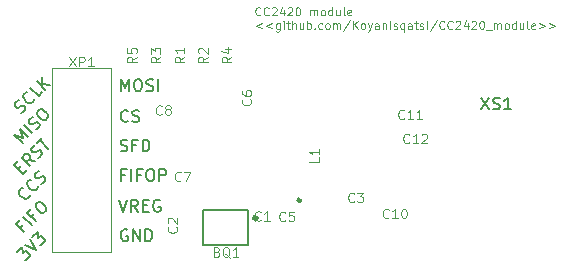
<source format=gbr>
%TF.GenerationSoftware,KiCad,Pcbnew,5.1.9-1.fc33*%
%TF.CreationDate,2021-03-04T20:35:35+03:00*%
%TF.ProjectId,CC2420_module,43433234-3230-45f6-9d6f-64756c652e6b,rev?*%
%TF.SameCoordinates,Original*%
%TF.FileFunction,Legend,Top*%
%TF.FilePolarity,Positive*%
%FSLAX46Y46*%
G04 Gerber Fmt 4.6, Leading zero omitted, Abs format (unit mm)*
G04 Created by KiCad (PCBNEW 5.1.9-1.fc33) date 2021-03-04 20:35:35*
%MOMM*%
%LPD*%
G01*
G04 APERTURE LIST*
%ADD10C,0.100000*%
%ADD11C,0.150000*%
%ADD12C,0.400000*%
%ADD13C,0.300000*%
%ADD14C,0.120000*%
G04 APERTURE END LIST*
D10*
X191131666Y-67675000D02*
X191098333Y-67708333D01*
X190998333Y-67741666D01*
X190931666Y-67741666D01*
X190831666Y-67708333D01*
X190765000Y-67641666D01*
X190731666Y-67575000D01*
X190698333Y-67441666D01*
X190698333Y-67341666D01*
X190731666Y-67208333D01*
X190765000Y-67141666D01*
X190831666Y-67075000D01*
X190931666Y-67041666D01*
X190998333Y-67041666D01*
X191098333Y-67075000D01*
X191131666Y-67108333D01*
X191831666Y-67675000D02*
X191798333Y-67708333D01*
X191698333Y-67741666D01*
X191631666Y-67741666D01*
X191531666Y-67708333D01*
X191465000Y-67641666D01*
X191431666Y-67575000D01*
X191398333Y-67441666D01*
X191398333Y-67341666D01*
X191431666Y-67208333D01*
X191465000Y-67141666D01*
X191531666Y-67075000D01*
X191631666Y-67041666D01*
X191698333Y-67041666D01*
X191798333Y-67075000D01*
X191831666Y-67108333D01*
X192098333Y-67108333D02*
X192131666Y-67075000D01*
X192198333Y-67041666D01*
X192365000Y-67041666D01*
X192431666Y-67075000D01*
X192465000Y-67108333D01*
X192498333Y-67175000D01*
X192498333Y-67241666D01*
X192465000Y-67341666D01*
X192065000Y-67741666D01*
X192498333Y-67741666D01*
X193098333Y-67275000D02*
X193098333Y-67741666D01*
X192931666Y-67008333D02*
X192765000Y-67508333D01*
X193198333Y-67508333D01*
X193431666Y-67108333D02*
X193465000Y-67075000D01*
X193531666Y-67041666D01*
X193698333Y-67041666D01*
X193765000Y-67075000D01*
X193798333Y-67108333D01*
X193831666Y-67175000D01*
X193831666Y-67241666D01*
X193798333Y-67341666D01*
X193398333Y-67741666D01*
X193831666Y-67741666D01*
X194265000Y-67041666D02*
X194331666Y-67041666D01*
X194398333Y-67075000D01*
X194431666Y-67108333D01*
X194465000Y-67175000D01*
X194498333Y-67308333D01*
X194498333Y-67475000D01*
X194465000Y-67608333D01*
X194431666Y-67675000D01*
X194398333Y-67708333D01*
X194331666Y-67741666D01*
X194265000Y-67741666D01*
X194198333Y-67708333D01*
X194165000Y-67675000D01*
X194131666Y-67608333D01*
X194098333Y-67475000D01*
X194098333Y-67308333D01*
X194131666Y-67175000D01*
X194165000Y-67108333D01*
X194198333Y-67075000D01*
X194265000Y-67041666D01*
X195331666Y-67741666D02*
X195331666Y-67275000D01*
X195331666Y-67341666D02*
X195365000Y-67308333D01*
X195431666Y-67275000D01*
X195531666Y-67275000D01*
X195598333Y-67308333D01*
X195631666Y-67375000D01*
X195631666Y-67741666D01*
X195631666Y-67375000D02*
X195665000Y-67308333D01*
X195731666Y-67275000D01*
X195831666Y-67275000D01*
X195898333Y-67308333D01*
X195931666Y-67375000D01*
X195931666Y-67741666D01*
X196365000Y-67741666D02*
X196298333Y-67708333D01*
X196265000Y-67675000D01*
X196231666Y-67608333D01*
X196231666Y-67408333D01*
X196265000Y-67341666D01*
X196298333Y-67308333D01*
X196365000Y-67275000D01*
X196465000Y-67275000D01*
X196531666Y-67308333D01*
X196565000Y-67341666D01*
X196598333Y-67408333D01*
X196598333Y-67608333D01*
X196565000Y-67675000D01*
X196531666Y-67708333D01*
X196465000Y-67741666D01*
X196365000Y-67741666D01*
X197198333Y-67741666D02*
X197198333Y-67041666D01*
X197198333Y-67708333D02*
X197131666Y-67741666D01*
X196998333Y-67741666D01*
X196931666Y-67708333D01*
X196898333Y-67675000D01*
X196865000Y-67608333D01*
X196865000Y-67408333D01*
X196898333Y-67341666D01*
X196931666Y-67308333D01*
X196998333Y-67275000D01*
X197131666Y-67275000D01*
X197198333Y-67308333D01*
X197831666Y-67275000D02*
X197831666Y-67741666D01*
X197531666Y-67275000D02*
X197531666Y-67641666D01*
X197565000Y-67708333D01*
X197631666Y-67741666D01*
X197731666Y-67741666D01*
X197798333Y-67708333D01*
X197831666Y-67675000D01*
X198265000Y-67741666D02*
X198198333Y-67708333D01*
X198165000Y-67641666D01*
X198165000Y-67041666D01*
X198798333Y-67708333D02*
X198731666Y-67741666D01*
X198598333Y-67741666D01*
X198531666Y-67708333D01*
X198498333Y-67641666D01*
X198498333Y-67375000D01*
X198531666Y-67308333D01*
X198598333Y-67275000D01*
X198731666Y-67275000D01*
X198798333Y-67308333D01*
X198831666Y-67375000D01*
X198831666Y-67441666D01*
X198498333Y-67508333D01*
X191265000Y-68425000D02*
X190731666Y-68625000D01*
X191265000Y-68825000D01*
X192131666Y-68425000D02*
X191598333Y-68625000D01*
X192131666Y-68825000D01*
X192765000Y-68425000D02*
X192765000Y-68991666D01*
X192731666Y-69058333D01*
X192698333Y-69091666D01*
X192631666Y-69125000D01*
X192531666Y-69125000D01*
X192465000Y-69091666D01*
X192765000Y-68858333D02*
X192698333Y-68891666D01*
X192565000Y-68891666D01*
X192498333Y-68858333D01*
X192465000Y-68825000D01*
X192431666Y-68758333D01*
X192431666Y-68558333D01*
X192465000Y-68491666D01*
X192498333Y-68458333D01*
X192565000Y-68425000D01*
X192698333Y-68425000D01*
X192765000Y-68458333D01*
X193098333Y-68891666D02*
X193098333Y-68425000D01*
X193098333Y-68191666D02*
X193065000Y-68225000D01*
X193098333Y-68258333D01*
X193131666Y-68225000D01*
X193098333Y-68191666D01*
X193098333Y-68258333D01*
X193331666Y-68425000D02*
X193598333Y-68425000D01*
X193431666Y-68191666D02*
X193431666Y-68791666D01*
X193465000Y-68858333D01*
X193531666Y-68891666D01*
X193598333Y-68891666D01*
X193831666Y-68891666D02*
X193831666Y-68191666D01*
X194131666Y-68891666D02*
X194131666Y-68525000D01*
X194098333Y-68458333D01*
X194031666Y-68425000D01*
X193931666Y-68425000D01*
X193865000Y-68458333D01*
X193831666Y-68491666D01*
X194765000Y-68425000D02*
X194765000Y-68891666D01*
X194465000Y-68425000D02*
X194465000Y-68791666D01*
X194498333Y-68858333D01*
X194565000Y-68891666D01*
X194665000Y-68891666D01*
X194731666Y-68858333D01*
X194765000Y-68825000D01*
X195098333Y-68891666D02*
X195098333Y-68191666D01*
X195098333Y-68458333D02*
X195165000Y-68425000D01*
X195298333Y-68425000D01*
X195365000Y-68458333D01*
X195398333Y-68491666D01*
X195431666Y-68558333D01*
X195431666Y-68758333D01*
X195398333Y-68825000D01*
X195365000Y-68858333D01*
X195298333Y-68891666D01*
X195165000Y-68891666D01*
X195098333Y-68858333D01*
X195731666Y-68825000D02*
X195765000Y-68858333D01*
X195731666Y-68891666D01*
X195698333Y-68858333D01*
X195731666Y-68825000D01*
X195731666Y-68891666D01*
X196365000Y-68858333D02*
X196298333Y-68891666D01*
X196165000Y-68891666D01*
X196098333Y-68858333D01*
X196065000Y-68825000D01*
X196031666Y-68758333D01*
X196031666Y-68558333D01*
X196065000Y-68491666D01*
X196098333Y-68458333D01*
X196165000Y-68425000D01*
X196298333Y-68425000D01*
X196365000Y-68458333D01*
X196765000Y-68891666D02*
X196698333Y-68858333D01*
X196665000Y-68825000D01*
X196631666Y-68758333D01*
X196631666Y-68558333D01*
X196665000Y-68491666D01*
X196698333Y-68458333D01*
X196765000Y-68425000D01*
X196865000Y-68425000D01*
X196931666Y-68458333D01*
X196965000Y-68491666D01*
X196998333Y-68558333D01*
X196998333Y-68758333D01*
X196965000Y-68825000D01*
X196931666Y-68858333D01*
X196865000Y-68891666D01*
X196765000Y-68891666D01*
X197298333Y-68891666D02*
X197298333Y-68425000D01*
X197298333Y-68491666D02*
X197331666Y-68458333D01*
X197398333Y-68425000D01*
X197498333Y-68425000D01*
X197565000Y-68458333D01*
X197598333Y-68525000D01*
X197598333Y-68891666D01*
X197598333Y-68525000D02*
X197631666Y-68458333D01*
X197698333Y-68425000D01*
X197798333Y-68425000D01*
X197865000Y-68458333D01*
X197898333Y-68525000D01*
X197898333Y-68891666D01*
X198731666Y-68158333D02*
X198131666Y-69058333D01*
X198965000Y-68891666D02*
X198965000Y-68191666D01*
X199365000Y-68891666D02*
X199065000Y-68491666D01*
X199365000Y-68191666D02*
X198965000Y-68591666D01*
X199765000Y-68891666D02*
X199698333Y-68858333D01*
X199665000Y-68825000D01*
X199631666Y-68758333D01*
X199631666Y-68558333D01*
X199665000Y-68491666D01*
X199698333Y-68458333D01*
X199765000Y-68425000D01*
X199865000Y-68425000D01*
X199931666Y-68458333D01*
X199965000Y-68491666D01*
X199998333Y-68558333D01*
X199998333Y-68758333D01*
X199965000Y-68825000D01*
X199931666Y-68858333D01*
X199865000Y-68891666D01*
X199765000Y-68891666D01*
X200231666Y-68425000D02*
X200398333Y-68891666D01*
X200565000Y-68425000D02*
X200398333Y-68891666D01*
X200331666Y-69058333D01*
X200298333Y-69091666D01*
X200231666Y-69125000D01*
X201131666Y-68891666D02*
X201131666Y-68525000D01*
X201098333Y-68458333D01*
X201031666Y-68425000D01*
X200898333Y-68425000D01*
X200831666Y-68458333D01*
X201131666Y-68858333D02*
X201065000Y-68891666D01*
X200898333Y-68891666D01*
X200831666Y-68858333D01*
X200798333Y-68791666D01*
X200798333Y-68725000D01*
X200831666Y-68658333D01*
X200898333Y-68625000D01*
X201065000Y-68625000D01*
X201131666Y-68591666D01*
X201465000Y-68425000D02*
X201465000Y-68891666D01*
X201465000Y-68491666D02*
X201498333Y-68458333D01*
X201565000Y-68425000D01*
X201665000Y-68425000D01*
X201731666Y-68458333D01*
X201765000Y-68525000D01*
X201765000Y-68891666D01*
X202098333Y-68891666D02*
X202098333Y-68425000D01*
X202098333Y-68191666D02*
X202065000Y-68225000D01*
X202098333Y-68258333D01*
X202131666Y-68225000D01*
X202098333Y-68191666D01*
X202098333Y-68258333D01*
X202398333Y-68858333D02*
X202465000Y-68891666D01*
X202598333Y-68891666D01*
X202665000Y-68858333D01*
X202698333Y-68791666D01*
X202698333Y-68758333D01*
X202665000Y-68691666D01*
X202598333Y-68658333D01*
X202498333Y-68658333D01*
X202431666Y-68625000D01*
X202398333Y-68558333D01*
X202398333Y-68525000D01*
X202431666Y-68458333D01*
X202498333Y-68425000D01*
X202598333Y-68425000D01*
X202665000Y-68458333D01*
X203298333Y-68425000D02*
X203298333Y-69125000D01*
X203298333Y-68858333D02*
X203231666Y-68891666D01*
X203098333Y-68891666D01*
X203031666Y-68858333D01*
X202998333Y-68825000D01*
X202965000Y-68758333D01*
X202965000Y-68558333D01*
X202998333Y-68491666D01*
X203031666Y-68458333D01*
X203098333Y-68425000D01*
X203231666Y-68425000D01*
X203298333Y-68458333D01*
X203931666Y-68891666D02*
X203931666Y-68525000D01*
X203898333Y-68458333D01*
X203831666Y-68425000D01*
X203698333Y-68425000D01*
X203631666Y-68458333D01*
X203931666Y-68858333D02*
X203865000Y-68891666D01*
X203698333Y-68891666D01*
X203631666Y-68858333D01*
X203598333Y-68791666D01*
X203598333Y-68725000D01*
X203631666Y-68658333D01*
X203698333Y-68625000D01*
X203865000Y-68625000D01*
X203931666Y-68591666D01*
X204165000Y-68425000D02*
X204431666Y-68425000D01*
X204265000Y-68191666D02*
X204265000Y-68791666D01*
X204298333Y-68858333D01*
X204365000Y-68891666D01*
X204431666Y-68891666D01*
X204631666Y-68858333D02*
X204698333Y-68891666D01*
X204831666Y-68891666D01*
X204898333Y-68858333D01*
X204931666Y-68791666D01*
X204931666Y-68758333D01*
X204898333Y-68691666D01*
X204831666Y-68658333D01*
X204731666Y-68658333D01*
X204665000Y-68625000D01*
X204631666Y-68558333D01*
X204631666Y-68525000D01*
X204665000Y-68458333D01*
X204731666Y-68425000D01*
X204831666Y-68425000D01*
X204898333Y-68458333D01*
X205231666Y-68891666D02*
X205231666Y-68425000D01*
X205231666Y-68191666D02*
X205198333Y-68225000D01*
X205231666Y-68258333D01*
X205265000Y-68225000D01*
X205231666Y-68191666D01*
X205231666Y-68258333D01*
X206065000Y-68158333D02*
X205465000Y-69058333D01*
X206698333Y-68825000D02*
X206665000Y-68858333D01*
X206565000Y-68891666D01*
X206498333Y-68891666D01*
X206398333Y-68858333D01*
X206331666Y-68791666D01*
X206298333Y-68725000D01*
X206265000Y-68591666D01*
X206265000Y-68491666D01*
X206298333Y-68358333D01*
X206331666Y-68291666D01*
X206398333Y-68225000D01*
X206498333Y-68191666D01*
X206565000Y-68191666D01*
X206665000Y-68225000D01*
X206698333Y-68258333D01*
X207398333Y-68825000D02*
X207365000Y-68858333D01*
X207265000Y-68891666D01*
X207198333Y-68891666D01*
X207098333Y-68858333D01*
X207031666Y-68791666D01*
X206998333Y-68725000D01*
X206965000Y-68591666D01*
X206965000Y-68491666D01*
X206998333Y-68358333D01*
X207031666Y-68291666D01*
X207098333Y-68225000D01*
X207198333Y-68191666D01*
X207265000Y-68191666D01*
X207365000Y-68225000D01*
X207398333Y-68258333D01*
X207665000Y-68258333D02*
X207698333Y-68225000D01*
X207765000Y-68191666D01*
X207931666Y-68191666D01*
X207998333Y-68225000D01*
X208031666Y-68258333D01*
X208065000Y-68325000D01*
X208065000Y-68391666D01*
X208031666Y-68491666D01*
X207631666Y-68891666D01*
X208065000Y-68891666D01*
X208665000Y-68425000D02*
X208665000Y-68891666D01*
X208498333Y-68158333D02*
X208331666Y-68658333D01*
X208765000Y-68658333D01*
X208998333Y-68258333D02*
X209031666Y-68225000D01*
X209098333Y-68191666D01*
X209265000Y-68191666D01*
X209331666Y-68225000D01*
X209365000Y-68258333D01*
X209398333Y-68325000D01*
X209398333Y-68391666D01*
X209365000Y-68491666D01*
X208965000Y-68891666D01*
X209398333Y-68891666D01*
X209831666Y-68191666D02*
X209898333Y-68191666D01*
X209965000Y-68225000D01*
X209998333Y-68258333D01*
X210031666Y-68325000D01*
X210065000Y-68458333D01*
X210065000Y-68625000D01*
X210031666Y-68758333D01*
X209998333Y-68825000D01*
X209965000Y-68858333D01*
X209898333Y-68891666D01*
X209831666Y-68891666D01*
X209765000Y-68858333D01*
X209731666Y-68825000D01*
X209698333Y-68758333D01*
X209665000Y-68625000D01*
X209665000Y-68458333D01*
X209698333Y-68325000D01*
X209731666Y-68258333D01*
X209765000Y-68225000D01*
X209831666Y-68191666D01*
X210198333Y-68958333D02*
X210731666Y-68958333D01*
X210898333Y-68891666D02*
X210898333Y-68425000D01*
X210898333Y-68491666D02*
X210931666Y-68458333D01*
X210998333Y-68425000D01*
X211098333Y-68425000D01*
X211165000Y-68458333D01*
X211198333Y-68525000D01*
X211198333Y-68891666D01*
X211198333Y-68525000D02*
X211231666Y-68458333D01*
X211298333Y-68425000D01*
X211398333Y-68425000D01*
X211465000Y-68458333D01*
X211498333Y-68525000D01*
X211498333Y-68891666D01*
X211931666Y-68891666D02*
X211865000Y-68858333D01*
X211831666Y-68825000D01*
X211798333Y-68758333D01*
X211798333Y-68558333D01*
X211831666Y-68491666D01*
X211865000Y-68458333D01*
X211931666Y-68425000D01*
X212031666Y-68425000D01*
X212098333Y-68458333D01*
X212131666Y-68491666D01*
X212165000Y-68558333D01*
X212165000Y-68758333D01*
X212131666Y-68825000D01*
X212098333Y-68858333D01*
X212031666Y-68891666D01*
X211931666Y-68891666D01*
X212765000Y-68891666D02*
X212765000Y-68191666D01*
X212765000Y-68858333D02*
X212698333Y-68891666D01*
X212565000Y-68891666D01*
X212498333Y-68858333D01*
X212465000Y-68825000D01*
X212431666Y-68758333D01*
X212431666Y-68558333D01*
X212465000Y-68491666D01*
X212498333Y-68458333D01*
X212565000Y-68425000D01*
X212698333Y-68425000D01*
X212765000Y-68458333D01*
X213398333Y-68425000D02*
X213398333Y-68891666D01*
X213098333Y-68425000D02*
X213098333Y-68791666D01*
X213131666Y-68858333D01*
X213198333Y-68891666D01*
X213298333Y-68891666D01*
X213365000Y-68858333D01*
X213398333Y-68825000D01*
X213831666Y-68891666D02*
X213765000Y-68858333D01*
X213731666Y-68791666D01*
X213731666Y-68191666D01*
X214365000Y-68858333D02*
X214298333Y-68891666D01*
X214165000Y-68891666D01*
X214098333Y-68858333D01*
X214065000Y-68791666D01*
X214065000Y-68525000D01*
X214098333Y-68458333D01*
X214165000Y-68425000D01*
X214298333Y-68425000D01*
X214365000Y-68458333D01*
X214398333Y-68525000D01*
X214398333Y-68591666D01*
X214065000Y-68658333D01*
X214698333Y-68425000D02*
X215231666Y-68625000D01*
X214698333Y-68825000D01*
X215565000Y-68425000D02*
X216098333Y-68625000D01*
X215565000Y-68825000D01*
D11*
X179859404Y-85900000D02*
X179764166Y-85852380D01*
X179621309Y-85852380D01*
X179478452Y-85900000D01*
X179383214Y-85995238D01*
X179335595Y-86090476D01*
X179287976Y-86280952D01*
X179287976Y-86423809D01*
X179335595Y-86614285D01*
X179383214Y-86709523D01*
X179478452Y-86804761D01*
X179621309Y-86852380D01*
X179716547Y-86852380D01*
X179859404Y-86804761D01*
X179907023Y-86757142D01*
X179907023Y-86423809D01*
X179716547Y-86423809D01*
X180335595Y-86852380D02*
X180335595Y-85852380D01*
X180907023Y-86852380D01*
X180907023Y-85852380D01*
X181383214Y-86852380D02*
X181383214Y-85852380D01*
X181621309Y-85852380D01*
X181764166Y-85900000D01*
X181859404Y-85995238D01*
X181907023Y-86090476D01*
X181954642Y-86280952D01*
X181954642Y-86423809D01*
X181907023Y-86614285D01*
X181859404Y-86709523D01*
X181764166Y-86804761D01*
X181621309Y-86852380D01*
X181383214Y-86852380D01*
X179192738Y-83352380D02*
X179526071Y-84352380D01*
X179859404Y-83352380D01*
X180764166Y-84352380D02*
X180430833Y-83876190D01*
X180192738Y-84352380D02*
X180192738Y-83352380D01*
X180573690Y-83352380D01*
X180668928Y-83400000D01*
X180716547Y-83447619D01*
X180764166Y-83542857D01*
X180764166Y-83685714D01*
X180716547Y-83780952D01*
X180668928Y-83828571D01*
X180573690Y-83876190D01*
X180192738Y-83876190D01*
X181192738Y-83828571D02*
X181526071Y-83828571D01*
X181668928Y-84352380D02*
X181192738Y-84352380D01*
X181192738Y-83352380D01*
X181668928Y-83352380D01*
X182621309Y-83400000D02*
X182526071Y-83352380D01*
X182383214Y-83352380D01*
X182240357Y-83400000D01*
X182145119Y-83495238D01*
X182097500Y-83590476D01*
X182049880Y-83780952D01*
X182049880Y-83923809D01*
X182097500Y-84114285D01*
X182145119Y-84209523D01*
X182240357Y-84304761D01*
X182383214Y-84352380D01*
X182478452Y-84352380D01*
X182621309Y-84304761D01*
X182668928Y-84257142D01*
X182668928Y-83923809D01*
X182478452Y-83923809D01*
X179668928Y-81228571D02*
X179335595Y-81228571D01*
X179335595Y-81752380D02*
X179335595Y-80752380D01*
X179811785Y-80752380D01*
X180192738Y-81752380D02*
X180192738Y-80752380D01*
X181002261Y-81228571D02*
X180668928Y-81228571D01*
X180668928Y-81752380D02*
X180668928Y-80752380D01*
X181145119Y-80752380D01*
X181716547Y-80752380D02*
X181907023Y-80752380D01*
X182002261Y-80800000D01*
X182097500Y-80895238D01*
X182145119Y-81085714D01*
X182145119Y-81419047D01*
X182097500Y-81609523D01*
X182002261Y-81704761D01*
X181907023Y-81752380D01*
X181716547Y-81752380D01*
X181621309Y-81704761D01*
X181526071Y-81609523D01*
X181478452Y-81419047D01*
X181478452Y-81085714D01*
X181526071Y-80895238D01*
X181621309Y-80800000D01*
X181716547Y-80752380D01*
X182573690Y-81752380D02*
X182573690Y-80752380D01*
X182954642Y-80752380D01*
X183049880Y-80800000D01*
X183097500Y-80847619D01*
X183145119Y-80942857D01*
X183145119Y-81085714D01*
X183097500Y-81180952D01*
X183049880Y-81228571D01*
X182954642Y-81276190D01*
X182573690Y-81276190D01*
X179287976Y-79204761D02*
X179430833Y-79252380D01*
X179668928Y-79252380D01*
X179764166Y-79204761D01*
X179811785Y-79157142D01*
X179859404Y-79061904D01*
X179859404Y-78966666D01*
X179811785Y-78871428D01*
X179764166Y-78823809D01*
X179668928Y-78776190D01*
X179478452Y-78728571D01*
X179383214Y-78680952D01*
X179335595Y-78633333D01*
X179287976Y-78538095D01*
X179287976Y-78442857D01*
X179335595Y-78347619D01*
X179383214Y-78300000D01*
X179478452Y-78252380D01*
X179716547Y-78252380D01*
X179859404Y-78300000D01*
X180621309Y-78728571D02*
X180287976Y-78728571D01*
X180287976Y-79252380D02*
X180287976Y-78252380D01*
X180764166Y-78252380D01*
X181145119Y-79252380D02*
X181145119Y-78252380D01*
X181383214Y-78252380D01*
X181526071Y-78300000D01*
X181621309Y-78395238D01*
X181668928Y-78490476D01*
X181716547Y-78680952D01*
X181716547Y-78823809D01*
X181668928Y-79014285D01*
X181621309Y-79109523D01*
X181526071Y-79204761D01*
X181383214Y-79252380D01*
X181145119Y-79252380D01*
X179907023Y-76657142D02*
X179859404Y-76704761D01*
X179716547Y-76752380D01*
X179621309Y-76752380D01*
X179478452Y-76704761D01*
X179383214Y-76609523D01*
X179335595Y-76514285D01*
X179287976Y-76323809D01*
X179287976Y-76180952D01*
X179335595Y-75990476D01*
X179383214Y-75895238D01*
X179478452Y-75800000D01*
X179621309Y-75752380D01*
X179716547Y-75752380D01*
X179859404Y-75800000D01*
X179907023Y-75847619D01*
X180287976Y-76704761D02*
X180430833Y-76752380D01*
X180668928Y-76752380D01*
X180764166Y-76704761D01*
X180811785Y-76657142D01*
X180859404Y-76561904D01*
X180859404Y-76466666D01*
X180811785Y-76371428D01*
X180764166Y-76323809D01*
X180668928Y-76276190D01*
X180478452Y-76228571D01*
X180383214Y-76180952D01*
X180335595Y-76133333D01*
X180287976Y-76038095D01*
X180287976Y-75942857D01*
X180335595Y-75847619D01*
X180383214Y-75800000D01*
X180478452Y-75752380D01*
X180716547Y-75752380D01*
X180859404Y-75800000D01*
X179335595Y-74152380D02*
X179335595Y-73152380D01*
X179668928Y-73866666D01*
X180002261Y-73152380D01*
X180002261Y-74152380D01*
X180668928Y-73152380D02*
X180859404Y-73152380D01*
X180954642Y-73200000D01*
X181049880Y-73295238D01*
X181097500Y-73485714D01*
X181097500Y-73819047D01*
X181049880Y-74009523D01*
X180954642Y-74104761D01*
X180859404Y-74152380D01*
X180668928Y-74152380D01*
X180573690Y-74104761D01*
X180478452Y-74009523D01*
X180430833Y-73819047D01*
X180430833Y-73485714D01*
X180478452Y-73295238D01*
X180573690Y-73200000D01*
X180668928Y-73152380D01*
X181478452Y-74104761D02*
X181621309Y-74152380D01*
X181859404Y-74152380D01*
X181954642Y-74104761D01*
X182002261Y-74057142D01*
X182049880Y-73961904D01*
X182049880Y-73866666D01*
X182002261Y-73771428D01*
X181954642Y-73723809D01*
X181859404Y-73676190D01*
X181668928Y-73628571D01*
X181573690Y-73580952D01*
X181526071Y-73533333D01*
X181478452Y-73438095D01*
X181478452Y-73342857D01*
X181526071Y-73247619D01*
X181573690Y-73200000D01*
X181668928Y-73152380D01*
X181907023Y-73152380D01*
X182049880Y-73200000D01*
X182478452Y-74152380D02*
X182478452Y-73152380D01*
X170537309Y-87788240D02*
X170975042Y-87350507D01*
X171008713Y-87855583D01*
X171109729Y-87754568D01*
X171210744Y-87720896D01*
X171278087Y-87720896D01*
X171379103Y-87754568D01*
X171547461Y-87922927D01*
X171581133Y-88023942D01*
X171581133Y-88091286D01*
X171547461Y-88192301D01*
X171345431Y-88394331D01*
X171244416Y-88428003D01*
X171177072Y-88428003D01*
X171177072Y-87148477D02*
X172119881Y-87619881D01*
X171648477Y-86677072D01*
X171816835Y-86508713D02*
X172254568Y-86070981D01*
X172288240Y-86576057D01*
X172389255Y-86475042D01*
X172490270Y-86441370D01*
X172557614Y-86441370D01*
X172658629Y-86475042D01*
X172826988Y-86643400D01*
X172860660Y-86744416D01*
X172860660Y-86811759D01*
X172826988Y-86912774D01*
X172624957Y-87114805D01*
X172523942Y-87148477D01*
X172456599Y-87148477D01*
X171008713Y-85490270D02*
X170773011Y-85725973D01*
X171143400Y-86096362D02*
X170436294Y-85389255D01*
X170773011Y-85052538D01*
X171749492Y-85490270D02*
X171042385Y-84783164D01*
X171951522Y-84547461D02*
X171715820Y-84783164D01*
X172086209Y-85153553D02*
X171379103Y-84446446D01*
X171715820Y-84109729D01*
X172119881Y-83705668D02*
X172254568Y-83570981D01*
X172355583Y-83537309D01*
X172490270Y-83537309D01*
X172658629Y-83638324D01*
X172894331Y-83874026D01*
X172995347Y-84042385D01*
X172995347Y-84177072D01*
X172961675Y-84278087D01*
X172826988Y-84412774D01*
X172725973Y-84446446D01*
X172591286Y-84446446D01*
X172422927Y-84345431D01*
X172187225Y-84109729D01*
X172086209Y-83941370D01*
X172086209Y-83806683D01*
X172119881Y-83705668D01*
X171581133Y-82923942D02*
X171581133Y-82991286D01*
X171513790Y-83125973D01*
X171446446Y-83193316D01*
X171311759Y-83260660D01*
X171177072Y-83260660D01*
X171076057Y-83226988D01*
X170907698Y-83125973D01*
X170806683Y-83024957D01*
X170705668Y-82856599D01*
X170671996Y-82755583D01*
X170671996Y-82620896D01*
X170739339Y-82486209D01*
X170806683Y-82418866D01*
X170941370Y-82351522D01*
X171008713Y-82351522D01*
X172288240Y-82216835D02*
X172288240Y-82284179D01*
X172220896Y-82418866D01*
X172153553Y-82486209D01*
X172018866Y-82553553D01*
X171884179Y-82553553D01*
X171783164Y-82519881D01*
X171614805Y-82418866D01*
X171513790Y-82317851D01*
X171412774Y-82149492D01*
X171379103Y-82048477D01*
X171379103Y-81913790D01*
X171446446Y-81779103D01*
X171513790Y-81711759D01*
X171648477Y-81644416D01*
X171715820Y-81644416D01*
X172591286Y-81981133D02*
X172725973Y-81913790D01*
X172894331Y-81745431D01*
X172928003Y-81644416D01*
X172928003Y-81577072D01*
X172894331Y-81476057D01*
X172826988Y-81408713D01*
X172725973Y-81375042D01*
X172658629Y-81375042D01*
X172557614Y-81408713D01*
X172389255Y-81509729D01*
X172288240Y-81543400D01*
X172220896Y-81543400D01*
X172119881Y-81509729D01*
X172052538Y-81442385D01*
X172018866Y-81341370D01*
X172018866Y-81274026D01*
X172052538Y-81173011D01*
X172220896Y-81004652D01*
X172355583Y-80937309D01*
X170638324Y-80760660D02*
X170874026Y-80524957D01*
X171345431Y-80794331D02*
X171008713Y-81131049D01*
X170301607Y-80423942D01*
X170638324Y-80087225D01*
X172052538Y-80087225D02*
X171480118Y-79986209D01*
X171648477Y-80491286D02*
X170941370Y-79784179D01*
X171210744Y-79514805D01*
X171311759Y-79481133D01*
X171379103Y-79481133D01*
X171480118Y-79514805D01*
X171581133Y-79615820D01*
X171614805Y-79716835D01*
X171614805Y-79784179D01*
X171581133Y-79885194D01*
X171311759Y-80154568D01*
X172288240Y-79784179D02*
X172422927Y-79716835D01*
X172591286Y-79548477D01*
X172624957Y-79447461D01*
X172624957Y-79380118D01*
X172591286Y-79279103D01*
X172523942Y-79211759D01*
X172422927Y-79178087D01*
X172355583Y-79178087D01*
X172254568Y-79211759D01*
X172086209Y-79312774D01*
X171985194Y-79346446D01*
X171917851Y-79346446D01*
X171816835Y-79312774D01*
X171749492Y-79245431D01*
X171715820Y-79144416D01*
X171715820Y-79077072D01*
X171749492Y-78976057D01*
X171917851Y-78807698D01*
X172052538Y-78740355D01*
X172220896Y-78504652D02*
X172624957Y-78100591D01*
X173130034Y-79009729D02*
X172422927Y-78302622D01*
X171008713Y-78531049D02*
X170301607Y-77823942D01*
X171042385Y-78093316D01*
X170773011Y-77352538D01*
X171480118Y-78059644D01*
X171816835Y-77722927D02*
X171109729Y-77015820D01*
X172086209Y-77386209D02*
X172220896Y-77318866D01*
X172389255Y-77150507D01*
X172422927Y-77049492D01*
X172422927Y-76982148D01*
X172389255Y-76881133D01*
X172321912Y-76813790D01*
X172220896Y-76780118D01*
X172153553Y-76780118D01*
X172052538Y-76813790D01*
X171884179Y-76914805D01*
X171783164Y-76948477D01*
X171715820Y-76948477D01*
X171614805Y-76914805D01*
X171547461Y-76847461D01*
X171513790Y-76746446D01*
X171513790Y-76679103D01*
X171547461Y-76578087D01*
X171715820Y-76409729D01*
X171850507Y-76342385D01*
X172254568Y-75870981D02*
X172389255Y-75736294D01*
X172490270Y-75702622D01*
X172624957Y-75702622D01*
X172793316Y-75803637D01*
X173029018Y-76039339D01*
X173130034Y-76207698D01*
X173130034Y-76342385D01*
X173096362Y-76443400D01*
X172961675Y-76578087D01*
X172860660Y-76611759D01*
X172725973Y-76611759D01*
X172557614Y-76510744D01*
X172321912Y-76275042D01*
X172220896Y-76106683D01*
X172220896Y-75971996D01*
X172254568Y-75870981D01*
X170890862Y-75981557D02*
X171025549Y-75914213D01*
X171193908Y-75745854D01*
X171227580Y-75644839D01*
X171227580Y-75577496D01*
X171193908Y-75476480D01*
X171126564Y-75409137D01*
X171025549Y-75375465D01*
X170958206Y-75375465D01*
X170857190Y-75409137D01*
X170688832Y-75510152D01*
X170587816Y-75543824D01*
X170520473Y-75543824D01*
X170419458Y-75510152D01*
X170352114Y-75442809D01*
X170318442Y-75341793D01*
X170318442Y-75274450D01*
X170352114Y-75173435D01*
X170520473Y-75005076D01*
X170655160Y-74937732D01*
X171968358Y-74836717D02*
X171968358Y-74904061D01*
X171901015Y-75038748D01*
X171833671Y-75106091D01*
X171698984Y-75173435D01*
X171564297Y-75173435D01*
X171463282Y-75139763D01*
X171294923Y-75038748D01*
X171193908Y-74937732D01*
X171092893Y-74769374D01*
X171059221Y-74668358D01*
X171059221Y-74533671D01*
X171126564Y-74398984D01*
X171193908Y-74331641D01*
X171328595Y-74264297D01*
X171395938Y-74264297D01*
X172675465Y-74264297D02*
X172338748Y-74601015D01*
X171631641Y-73893908D01*
X172911167Y-74028595D02*
X172204061Y-73321488D01*
X173315228Y-73624534D02*
X172608122Y-73523519D01*
X172608122Y-72917427D02*
X172608122Y-73725549D01*
D12*
%TO.C,BQ1*%
X190800000Y-84900000D02*
G75*
G03*
X190800000Y-84900000I-100000J0D01*
G01*
D11*
X190100000Y-85700000D02*
X190100000Y-87200000D01*
X190100000Y-87200000D02*
X186300000Y-87200000D01*
X186300000Y-87200000D02*
X186300000Y-84200000D01*
X186300000Y-84200000D02*
X190100000Y-84200000D01*
X190100000Y-84200000D02*
X190100000Y-85700000D01*
D13*
%TO.C,DA1*%
X194500000Y-83400000D02*
G75*
G03*
X194500000Y-83400000I-100000J0D01*
G01*
D14*
%TO.C,XP1*%
X173500000Y-72200000D02*
X176000000Y-72200000D01*
X173500000Y-87800000D02*
X173500000Y-72200000D01*
X178500000Y-87800000D02*
X173500000Y-87800000D01*
X178500000Y-72200000D02*
X178500000Y-87800000D01*
X176000000Y-72200000D02*
X178500000Y-72200000D01*
%TO.C,C5*%
D10*
X193216666Y-85085714D02*
X193178571Y-85123809D01*
X193064285Y-85161904D01*
X192988095Y-85161904D01*
X192873809Y-85123809D01*
X192797619Y-85047619D01*
X192759523Y-84971428D01*
X192721428Y-84819047D01*
X192721428Y-84704761D01*
X192759523Y-84552380D01*
X192797619Y-84476190D01*
X192873809Y-84400000D01*
X192988095Y-84361904D01*
X193064285Y-84361904D01*
X193178571Y-84400000D01*
X193216666Y-84438095D01*
X193940476Y-84361904D02*
X193559523Y-84361904D01*
X193521428Y-84742857D01*
X193559523Y-84704761D01*
X193635714Y-84666666D01*
X193826190Y-84666666D01*
X193902380Y-84704761D01*
X193940476Y-84742857D01*
X193978571Y-84819047D01*
X193978571Y-85009523D01*
X193940476Y-85085714D01*
X193902380Y-85123809D01*
X193826190Y-85161904D01*
X193635714Y-85161904D01*
X193559523Y-85123809D01*
X193521428Y-85085714D01*
%TO.C,BQ1*%
X187457142Y-87742857D02*
X187571428Y-87780952D01*
X187609523Y-87819047D01*
X187647619Y-87895238D01*
X187647619Y-88009523D01*
X187609523Y-88085714D01*
X187571428Y-88123809D01*
X187495238Y-88161904D01*
X187190476Y-88161904D01*
X187190476Y-87361904D01*
X187457142Y-87361904D01*
X187533333Y-87400000D01*
X187571428Y-87438095D01*
X187609523Y-87514285D01*
X187609523Y-87590476D01*
X187571428Y-87666666D01*
X187533333Y-87704761D01*
X187457142Y-87742857D01*
X187190476Y-87742857D01*
X188523809Y-88238095D02*
X188447619Y-88200000D01*
X188371428Y-88123809D01*
X188257142Y-88009523D01*
X188180952Y-87971428D01*
X188104761Y-87971428D01*
X188142857Y-88161904D02*
X188066666Y-88123809D01*
X187990476Y-88047619D01*
X187952380Y-87895238D01*
X187952380Y-87628571D01*
X187990476Y-87476190D01*
X188066666Y-87400000D01*
X188142857Y-87361904D01*
X188295238Y-87361904D01*
X188371428Y-87400000D01*
X188447619Y-87476190D01*
X188485714Y-87628571D01*
X188485714Y-87895238D01*
X188447619Y-88047619D01*
X188371428Y-88123809D01*
X188295238Y-88161904D01*
X188142857Y-88161904D01*
X189247619Y-88161904D02*
X188790476Y-88161904D01*
X189019047Y-88161904D02*
X189019047Y-87361904D01*
X188942857Y-87476190D01*
X188866666Y-87552380D01*
X188790476Y-87590476D01*
%TO.C,C1*%
X191166666Y-85035714D02*
X191128571Y-85073809D01*
X191014285Y-85111904D01*
X190938095Y-85111904D01*
X190823809Y-85073809D01*
X190747619Y-84997619D01*
X190709523Y-84921428D01*
X190671428Y-84769047D01*
X190671428Y-84654761D01*
X190709523Y-84502380D01*
X190747619Y-84426190D01*
X190823809Y-84350000D01*
X190938095Y-84311904D01*
X191014285Y-84311904D01*
X191128571Y-84350000D01*
X191166666Y-84388095D01*
X191928571Y-85111904D02*
X191471428Y-85111904D01*
X191700000Y-85111904D02*
X191700000Y-84311904D01*
X191623809Y-84426190D01*
X191547619Y-84502380D01*
X191471428Y-84540476D01*
%TO.C,C2*%
X183985714Y-85633333D02*
X184023809Y-85671428D01*
X184061904Y-85785714D01*
X184061904Y-85861904D01*
X184023809Y-85976190D01*
X183947619Y-86052380D01*
X183871428Y-86090476D01*
X183719047Y-86128571D01*
X183604761Y-86128571D01*
X183452380Y-86090476D01*
X183376190Y-86052380D01*
X183300000Y-85976190D01*
X183261904Y-85861904D01*
X183261904Y-85785714D01*
X183300000Y-85671428D01*
X183338095Y-85633333D01*
X183338095Y-85328571D02*
X183300000Y-85290476D01*
X183261904Y-85214285D01*
X183261904Y-85023809D01*
X183300000Y-84947619D01*
X183338095Y-84909523D01*
X183414285Y-84871428D01*
X183490476Y-84871428D01*
X183604761Y-84909523D01*
X184061904Y-85366666D01*
X184061904Y-84871428D01*
%TO.C,C3*%
X199066666Y-83485714D02*
X199028571Y-83523809D01*
X198914285Y-83561904D01*
X198838095Y-83561904D01*
X198723809Y-83523809D01*
X198647619Y-83447619D01*
X198609523Y-83371428D01*
X198571428Y-83219047D01*
X198571428Y-83104761D01*
X198609523Y-82952380D01*
X198647619Y-82876190D01*
X198723809Y-82800000D01*
X198838095Y-82761904D01*
X198914285Y-82761904D01*
X199028571Y-82800000D01*
X199066666Y-82838095D01*
X199333333Y-82761904D02*
X199828571Y-82761904D01*
X199561904Y-83066666D01*
X199676190Y-83066666D01*
X199752380Y-83104761D01*
X199790476Y-83142857D01*
X199828571Y-83219047D01*
X199828571Y-83409523D01*
X199790476Y-83485714D01*
X199752380Y-83523809D01*
X199676190Y-83561904D01*
X199447619Y-83561904D01*
X199371428Y-83523809D01*
X199333333Y-83485714D01*
%TO.C,C6*%
X190285714Y-74833333D02*
X190323809Y-74871428D01*
X190361904Y-74985714D01*
X190361904Y-75061904D01*
X190323809Y-75176190D01*
X190247619Y-75252380D01*
X190171428Y-75290476D01*
X190019047Y-75328571D01*
X189904761Y-75328571D01*
X189752380Y-75290476D01*
X189676190Y-75252380D01*
X189600000Y-75176190D01*
X189561904Y-75061904D01*
X189561904Y-74985714D01*
X189600000Y-74871428D01*
X189638095Y-74833333D01*
X189561904Y-74147619D02*
X189561904Y-74300000D01*
X189600000Y-74376190D01*
X189638095Y-74414285D01*
X189752380Y-74490476D01*
X189904761Y-74528571D01*
X190209523Y-74528571D01*
X190285714Y-74490476D01*
X190323809Y-74452380D01*
X190361904Y-74376190D01*
X190361904Y-74223809D01*
X190323809Y-74147619D01*
X190285714Y-74109523D01*
X190209523Y-74071428D01*
X190019047Y-74071428D01*
X189942857Y-74109523D01*
X189904761Y-74147619D01*
X189866666Y-74223809D01*
X189866666Y-74376190D01*
X189904761Y-74452380D01*
X189942857Y-74490476D01*
X190019047Y-74528571D01*
%TO.C,C7*%
X184366666Y-81685714D02*
X184328571Y-81723809D01*
X184214285Y-81761904D01*
X184138095Y-81761904D01*
X184023809Y-81723809D01*
X183947619Y-81647619D01*
X183909523Y-81571428D01*
X183871428Y-81419047D01*
X183871428Y-81304761D01*
X183909523Y-81152380D01*
X183947619Y-81076190D01*
X184023809Y-81000000D01*
X184138095Y-80961904D01*
X184214285Y-80961904D01*
X184328571Y-81000000D01*
X184366666Y-81038095D01*
X184633333Y-80961904D02*
X185166666Y-80961904D01*
X184823809Y-81761904D01*
%TO.C,C8*%
X182766666Y-76085714D02*
X182728571Y-76123809D01*
X182614285Y-76161904D01*
X182538095Y-76161904D01*
X182423809Y-76123809D01*
X182347619Y-76047619D01*
X182309523Y-75971428D01*
X182271428Y-75819047D01*
X182271428Y-75704761D01*
X182309523Y-75552380D01*
X182347619Y-75476190D01*
X182423809Y-75400000D01*
X182538095Y-75361904D01*
X182614285Y-75361904D01*
X182728571Y-75400000D01*
X182766666Y-75438095D01*
X183223809Y-75704761D02*
X183147619Y-75666666D01*
X183109523Y-75628571D01*
X183071428Y-75552380D01*
X183071428Y-75514285D01*
X183109523Y-75438095D01*
X183147619Y-75400000D01*
X183223809Y-75361904D01*
X183376190Y-75361904D01*
X183452380Y-75400000D01*
X183490476Y-75438095D01*
X183528571Y-75514285D01*
X183528571Y-75552380D01*
X183490476Y-75628571D01*
X183452380Y-75666666D01*
X183376190Y-75704761D01*
X183223809Y-75704761D01*
X183147619Y-75742857D01*
X183109523Y-75780952D01*
X183071428Y-75857142D01*
X183071428Y-76009523D01*
X183109523Y-76085714D01*
X183147619Y-76123809D01*
X183223809Y-76161904D01*
X183376190Y-76161904D01*
X183452380Y-76123809D01*
X183490476Y-76085714D01*
X183528571Y-76009523D01*
X183528571Y-75857142D01*
X183490476Y-75780952D01*
X183452380Y-75742857D01*
X183376190Y-75704761D01*
%TO.C,R1*%
X184661904Y-71233333D02*
X184280952Y-71500000D01*
X184661904Y-71690476D02*
X183861904Y-71690476D01*
X183861904Y-71385714D01*
X183900000Y-71309523D01*
X183938095Y-71271428D01*
X184014285Y-71233333D01*
X184128571Y-71233333D01*
X184204761Y-71271428D01*
X184242857Y-71309523D01*
X184280952Y-71385714D01*
X184280952Y-71690476D01*
X184661904Y-70471428D02*
X184661904Y-70928571D01*
X184661904Y-70700000D02*
X183861904Y-70700000D01*
X183976190Y-70776190D01*
X184052380Y-70852380D01*
X184090476Y-70928571D01*
%TO.C,R2*%
X186661904Y-71233333D02*
X186280952Y-71500000D01*
X186661904Y-71690476D02*
X185861904Y-71690476D01*
X185861904Y-71385714D01*
X185900000Y-71309523D01*
X185938095Y-71271428D01*
X186014285Y-71233333D01*
X186128571Y-71233333D01*
X186204761Y-71271428D01*
X186242857Y-71309523D01*
X186280952Y-71385714D01*
X186280952Y-71690476D01*
X185938095Y-70928571D02*
X185900000Y-70890476D01*
X185861904Y-70814285D01*
X185861904Y-70623809D01*
X185900000Y-70547619D01*
X185938095Y-70509523D01*
X186014285Y-70471428D01*
X186090476Y-70471428D01*
X186204761Y-70509523D01*
X186661904Y-70966666D01*
X186661904Y-70471428D01*
%TO.C,R3*%
X182661904Y-71233333D02*
X182280952Y-71500000D01*
X182661904Y-71690476D02*
X181861904Y-71690476D01*
X181861904Y-71385714D01*
X181900000Y-71309523D01*
X181938095Y-71271428D01*
X182014285Y-71233333D01*
X182128571Y-71233333D01*
X182204761Y-71271428D01*
X182242857Y-71309523D01*
X182280952Y-71385714D01*
X182280952Y-71690476D01*
X181861904Y-70966666D02*
X181861904Y-70471428D01*
X182166666Y-70738095D01*
X182166666Y-70623809D01*
X182204761Y-70547619D01*
X182242857Y-70509523D01*
X182319047Y-70471428D01*
X182509523Y-70471428D01*
X182585714Y-70509523D01*
X182623809Y-70547619D01*
X182661904Y-70623809D01*
X182661904Y-70852380D01*
X182623809Y-70928571D01*
X182585714Y-70966666D01*
%TO.C,R4*%
X188661904Y-71233333D02*
X188280952Y-71500000D01*
X188661904Y-71690476D02*
X187861904Y-71690476D01*
X187861904Y-71385714D01*
X187900000Y-71309523D01*
X187938095Y-71271428D01*
X188014285Y-71233333D01*
X188128571Y-71233333D01*
X188204761Y-71271428D01*
X188242857Y-71309523D01*
X188280952Y-71385714D01*
X188280952Y-71690476D01*
X188128571Y-70547619D02*
X188661904Y-70547619D01*
X187823809Y-70738095D02*
X188395238Y-70928571D01*
X188395238Y-70433333D01*
%TO.C,R5*%
X180661904Y-71233333D02*
X180280952Y-71500000D01*
X180661904Y-71690476D02*
X179861904Y-71690476D01*
X179861904Y-71385714D01*
X179900000Y-71309523D01*
X179938095Y-71271428D01*
X180014285Y-71233333D01*
X180128571Y-71233333D01*
X180204761Y-71271428D01*
X180242857Y-71309523D01*
X180280952Y-71385714D01*
X180280952Y-71690476D01*
X179861904Y-70509523D02*
X179861904Y-70890476D01*
X180242857Y-70928571D01*
X180204761Y-70890476D01*
X180166666Y-70814285D01*
X180166666Y-70623809D01*
X180204761Y-70547619D01*
X180242857Y-70509523D01*
X180319047Y-70471428D01*
X180509523Y-70471428D01*
X180585714Y-70509523D01*
X180623809Y-70547619D01*
X180661904Y-70623809D01*
X180661904Y-70814285D01*
X180623809Y-70890476D01*
X180585714Y-70928571D01*
%TO.C,XP1*%
X174952380Y-71261904D02*
X175485714Y-72061904D01*
X175485714Y-71261904D02*
X174952380Y-72061904D01*
X175790476Y-72061904D02*
X175790476Y-71261904D01*
X176095238Y-71261904D01*
X176171428Y-71300000D01*
X176209523Y-71338095D01*
X176247619Y-71414285D01*
X176247619Y-71528571D01*
X176209523Y-71604761D01*
X176171428Y-71642857D01*
X176095238Y-71680952D01*
X175790476Y-71680952D01*
X177009523Y-72061904D02*
X176552380Y-72061904D01*
X176780952Y-72061904D02*
X176780952Y-71261904D01*
X176704761Y-71376190D01*
X176628571Y-71452380D01*
X176552380Y-71490476D01*
%TO.C,XS1*%
D11*
X209814285Y-74702380D02*
X210480952Y-75702380D01*
X210480952Y-74702380D02*
X209814285Y-75702380D01*
X210814285Y-75654761D02*
X210957142Y-75702380D01*
X211195238Y-75702380D01*
X211290476Y-75654761D01*
X211338095Y-75607142D01*
X211385714Y-75511904D01*
X211385714Y-75416666D01*
X211338095Y-75321428D01*
X211290476Y-75273809D01*
X211195238Y-75226190D01*
X211004761Y-75178571D01*
X210909523Y-75130952D01*
X210861904Y-75083333D01*
X210814285Y-74988095D01*
X210814285Y-74892857D01*
X210861904Y-74797619D01*
X210909523Y-74750000D01*
X211004761Y-74702380D01*
X211242857Y-74702380D01*
X211385714Y-74750000D01*
X212338095Y-75702380D02*
X211766666Y-75702380D01*
X212052380Y-75702380D02*
X212052380Y-74702380D01*
X211957142Y-74845238D01*
X211861904Y-74940476D01*
X211766666Y-74988095D01*
%TO.C,C10*%
D10*
X201985714Y-84835714D02*
X201947619Y-84873809D01*
X201833333Y-84911904D01*
X201757142Y-84911904D01*
X201642857Y-84873809D01*
X201566666Y-84797619D01*
X201528571Y-84721428D01*
X201490476Y-84569047D01*
X201490476Y-84454761D01*
X201528571Y-84302380D01*
X201566666Y-84226190D01*
X201642857Y-84150000D01*
X201757142Y-84111904D01*
X201833333Y-84111904D01*
X201947619Y-84150000D01*
X201985714Y-84188095D01*
X202747619Y-84911904D02*
X202290476Y-84911904D01*
X202519047Y-84911904D02*
X202519047Y-84111904D01*
X202442857Y-84226190D01*
X202366666Y-84302380D01*
X202290476Y-84340476D01*
X203242857Y-84111904D02*
X203319047Y-84111904D01*
X203395238Y-84150000D01*
X203433333Y-84188095D01*
X203471428Y-84264285D01*
X203509523Y-84416666D01*
X203509523Y-84607142D01*
X203471428Y-84759523D01*
X203433333Y-84835714D01*
X203395238Y-84873809D01*
X203319047Y-84911904D01*
X203242857Y-84911904D01*
X203166666Y-84873809D01*
X203128571Y-84835714D01*
X203090476Y-84759523D01*
X203052380Y-84607142D01*
X203052380Y-84416666D01*
X203090476Y-84264285D01*
X203128571Y-84188095D01*
X203166666Y-84150000D01*
X203242857Y-84111904D01*
%TO.C,C11*%
X203285714Y-76435714D02*
X203247619Y-76473809D01*
X203133333Y-76511904D01*
X203057142Y-76511904D01*
X202942857Y-76473809D01*
X202866666Y-76397619D01*
X202828571Y-76321428D01*
X202790476Y-76169047D01*
X202790476Y-76054761D01*
X202828571Y-75902380D01*
X202866666Y-75826190D01*
X202942857Y-75750000D01*
X203057142Y-75711904D01*
X203133333Y-75711904D01*
X203247619Y-75750000D01*
X203285714Y-75788095D01*
X204047619Y-76511904D02*
X203590476Y-76511904D01*
X203819047Y-76511904D02*
X203819047Y-75711904D01*
X203742857Y-75826190D01*
X203666666Y-75902380D01*
X203590476Y-75940476D01*
X204809523Y-76511904D02*
X204352380Y-76511904D01*
X204580952Y-76511904D02*
X204580952Y-75711904D01*
X204504761Y-75826190D01*
X204428571Y-75902380D01*
X204352380Y-75940476D01*
%TO.C,C12*%
X203735714Y-78485714D02*
X203697619Y-78523809D01*
X203583333Y-78561904D01*
X203507142Y-78561904D01*
X203392857Y-78523809D01*
X203316666Y-78447619D01*
X203278571Y-78371428D01*
X203240476Y-78219047D01*
X203240476Y-78104761D01*
X203278571Y-77952380D01*
X203316666Y-77876190D01*
X203392857Y-77800000D01*
X203507142Y-77761904D01*
X203583333Y-77761904D01*
X203697619Y-77800000D01*
X203735714Y-77838095D01*
X204497619Y-78561904D02*
X204040476Y-78561904D01*
X204269047Y-78561904D02*
X204269047Y-77761904D01*
X204192857Y-77876190D01*
X204116666Y-77952380D01*
X204040476Y-77990476D01*
X204802380Y-77838095D02*
X204840476Y-77800000D01*
X204916666Y-77761904D01*
X205107142Y-77761904D01*
X205183333Y-77800000D01*
X205221428Y-77838095D01*
X205259523Y-77914285D01*
X205259523Y-77990476D01*
X205221428Y-78104761D01*
X204764285Y-78561904D01*
X205259523Y-78561904D01*
%TO.C,L1*%
X196061904Y-79733333D02*
X196061904Y-80114285D01*
X195261904Y-80114285D01*
X196061904Y-79047619D02*
X196061904Y-79504761D01*
X196061904Y-79276190D02*
X195261904Y-79276190D01*
X195376190Y-79352380D01*
X195452380Y-79428571D01*
X195490476Y-79504761D01*
%TD*%
M02*

</source>
